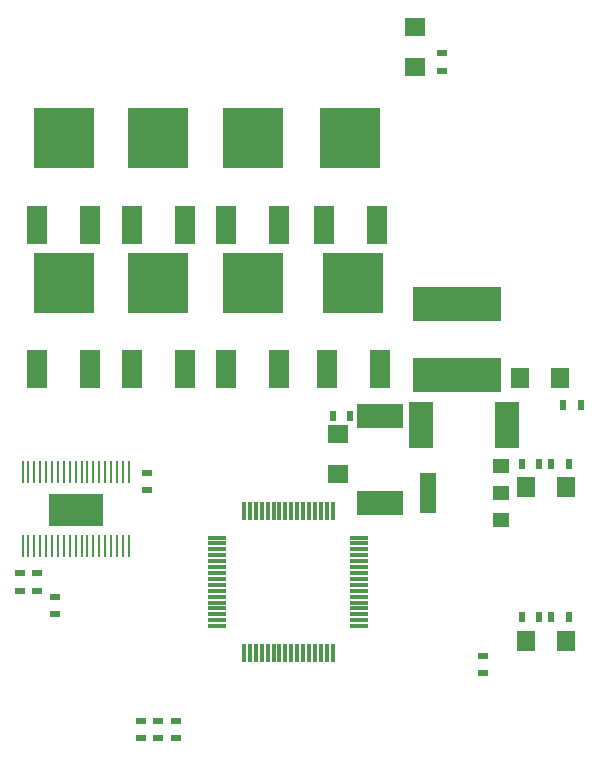
<source format=gtp>
G04*
G04  File:            STEP_DIMA1A.GTP, Tue Jun 22 15:40:13 2021*
G04  Source:          P-CAD 2004 PCB, Version 18.04.615, (D:\proj\velograph\snail\pcb\step_dima1a.pcb)*
G04  Format:          Gerber Format (RS-274-D), ASCII*
G04*
G04  Format Options:  Absolute Positioning*
G04                   Leading-Zero Suppression*
G04                   Scale Factor 1:1*
G04                   NO Circular Interpolation*
G04                   Millimeter Units*
G04                   Numeric Format: 5.3 (XXXXX.XXX)*
G04                   G54 NOT Used for Aperture Change*
G04                   Apertures Embedded*
G04*
G04  File Options:    Offset = (0.000mm,0.000mm)*
G04                   Drill Symbol Size = 0.000mm*
G04                   No Pad/Via Holes*
G04*
G04  File Contents:   Pads*
G04                   No Vias*
G04                   No Designators*
G04                   No Types*
G04                   No Values*
G04                   No Drill Symbols*
G04                   Top Paste*
G04*
%INSTEP_DIMA1A.GTP*%
%ICAS*%
%MOMM*%
G04*
G04  Aperture MACROs for general use --- invoked via D-code assignment *
G04*
G04  General MACRO for flashed round with rotation and/or offset hole *
%AMROTOFFROUND*
1,1,$1,0.0000,0.0000*
1,0,$2,$3,$4*%
G04*
G04  General MACRO for flashed oval (obround) with rotation and/or offset hole *
%AMROTOFFOVAL*
21,1,$1,$2,0.0000,0.0000,$3*
1,1,$4,$5,$6*
1,1,$4,0-$5,0-$6*
1,0,$7,$8,$9*%
G04*
G04  General MACRO for flashed oval (obround) with rotation and no hole *
%AMROTOVALNOHOLE*
21,1,$1,$2,0.0000,0.0000,$3*
1,1,$4,$5,$6*
1,1,$4,0-$5,0-$6*%
G04*
G04  General MACRO for flashed rectangle with rotation and/or offset hole *
%AMROTOFFRECT*
21,1,$1,$2,0.0000,0.0000,$3*
1,0,$4,$5,$6*%
G04*
G04  General MACRO for flashed rectangle with rotation and no hole *
%AMROTRECTNOHOLE*
21,1,$1,$2,0.0000,0.0000,$3*%
G04*
G04  General MACRO for flashed rounded-rectangle *
%AMROUNDRECT*
21,1,$1,$2-$4,0.0000,0.0000,$3*
21,1,$1-$4,$2,0.0000,0.0000,$3*
1,1,$4,$5,$6*
1,1,$4,$7,$8*
1,1,$4,0-$5,0-$6*
1,1,$4,0-$7,0-$8*
1,0,$9,$10,$11*%
G04*
G04  General MACRO for flashed rounded-rectangle with rotation and no hole *
%AMROUNDRECTNOHOLE*
21,1,$1,$2-$4,0.0000,0.0000,$3*
21,1,$1-$4,$2,0.0000,0.0000,$3*
1,1,$4,$5,$6*
1,1,$4,$7,$8*
1,1,$4,0-$5,0-$6*
1,1,$4,0-$7,0-$8*%
G04*
G04  General MACRO for flashed regular polygon *
%AMREGPOLY*
5,1,$1,0.0000,0.0000,$2,$3+$4*
1,0,$5,$6,$7*%
G04*
G04  General MACRO for flashed regular polygon with no hole *
%AMREGPOLYNOHOLE*
5,1,$1,0.0000,0.0000,$2,$3+$4*%
G04*
G04  General MACRO for target *
%AMTARGET*
6,0,0,$1,$2,$3,4,$4,$5,$6*%
G04*
G04  General MACRO for mounting hole *
%AMMTHOLE*
1,1,$1,0,0*
1,0,$2,0,0*
$1=$1-$2*
$1=$1/2*
21,1,$2+$1,$3,0,0,$4*
21,1,$3,$2+$1,0,0,$4*%
G04*
G04*
G04  D10 : "Ellipse X0.254mm Y0.254mm H0.000mm 0.0deg (0.000mm,0.000mm) Draw"*
G04  Disc: OuterDia=0.2540*
%ADD10C, 0.2540*%
G04  D11 : "Ellipse X0.025mm Y0.025mm H0.000mm 0.0deg (0.000mm,0.000mm) Draw"*
G04  Disc: OuterDia=0.0254*
%ADD11C, 0.0254*%
G04  D12 : "Ellipse X0.300mm Y0.300mm H0.000mm 0.0deg (0.000mm,0.000mm) Draw"*
G04  Disc: OuterDia=0.3000*
%ADD12C, 0.3000*%
G04  D13 : "Ellipse X0.305mm Y0.305mm H0.000mm 0.0deg (0.000mm,0.000mm) Draw"*
G04  Disc: OuterDia=0.3048*
%ADD13C, 0.3048*%
G04  D14 : "Ellipse X0.310mm Y0.310mm H0.000mm 0.0deg (0.000mm,0.000mm) Draw"*
G04  Disc: OuterDia=0.3100*
%ADD14C, 0.3100*%
G04  D15 : "Ellipse X0.350mm Y0.350mm H0.000mm 0.0deg (0.000mm,0.000mm) Draw"*
G04  Disc: OuterDia=0.3500*
%ADD15C, 0.3500*%
G04  D16 : "Ellipse X0.381mm Y0.381mm H0.000mm 0.0deg (0.000mm,0.000mm) Draw"*
G04  Disc: OuterDia=0.3810*
%ADD16C, 0.3810*%
G04  D17 : "Ellipse X0.500mm Y0.500mm H0.000mm 0.0deg (0.000mm,0.000mm) Draw"*
G04  Disc: OuterDia=0.5000*
%ADD17C, 0.5000*%
G04  D18 : "Ellipse X0.064mm Y0.064mm H0.000mm 0.0deg (0.000mm,0.000mm) Draw"*
G04  Disc: OuterDia=0.0635*
%ADD18C, 0.0635*%
G04  D19 : "Ellipse X0.635mm Y0.635mm H0.000mm 0.0deg (0.000mm,0.000mm) Draw"*
G04  Disc: OuterDia=0.6350*
%ADD19C, 0.6350*%
G04  D20 : "Ellipse X0.700mm Y0.700mm H0.000mm 0.0deg (0.000mm,0.000mm) Draw"*
G04  Disc: OuterDia=0.7000*
%ADD20C, 0.7000*%
G04  D21 : "Ellipse X0.076mm Y0.076mm H0.000mm 0.0deg (0.000mm,0.000mm) Draw"*
G04  Disc: OuterDia=0.0762*
%ADD21C, 0.0762*%
G04  D22 : "Ellipse X0.100mm Y0.100mm H0.000mm 0.0deg (0.000mm,0.000mm) Draw"*
G04  Disc: OuterDia=0.1000*
%ADD22C, 0.1000*%
G04  D23 : "Ellipse X1.000mm Y1.000mm H0.000mm 0.0deg (0.000mm,0.000mm) Draw"*
G04  Disc: OuterDia=1.0000*
%ADD23C, 1.0000*%
G04  D24 : "Ellipse X0.102mm Y0.102mm H0.000mm 0.0deg (0.000mm,0.000mm) Draw"*
G04  Disc: OuterDia=0.1016*
%ADD24C, 0.1016*%
G04  D25 : "Ellipse X0.127mm Y0.127mm H0.000mm 0.0deg (0.000mm,0.000mm) Draw"*
G04  Disc: OuterDia=0.1270*
%ADD25C, 0.1270*%
G04  D26 : "Ellipse X1.300mm Y1.300mm H0.000mm 0.0deg (0.000mm,0.000mm) Draw"*
G04  Disc: OuterDia=1.3000*
%ADD26C, 1.3000*%
G04  D27 : "Ellipse X1.500mm Y1.500mm H0.000mm 0.0deg (0.000mm,0.000mm) Draw"*
G04  Disc: OuterDia=1.5000*
%ADD27C, 1.5000*%
G04  D28 : "Ellipse X0.200mm Y0.200mm H0.000mm 0.0deg (0.000mm,0.000mm) Draw"*
G04  Disc: OuterDia=0.2000*
%ADD28C, 0.2000*%
G04  D29 : "Ellipse X2.000mm Y2.000mm H0.000mm 0.0deg (0.000mm,0.000mm) Draw"*
G04  Disc: OuterDia=2.0000*
%ADD29C, 2.0000*%
G04  D30 : "Ellipse X0.203mm Y0.203mm H0.000mm 0.0deg (0.000mm,0.000mm) Draw"*
G04  Disc: OuterDia=0.2032*
%ADD30C, 0.2032*%
G04  D31 : "Ellipse X0.250mm Y0.250mm H0.000mm 0.0deg (0.000mm,0.000mm) Draw"*
G04  Disc: OuterDia=0.2500*
%ADD31C, 0.2500*%
G04  D32 : "Ellipse X2.602mm Y2.602mm H0.000mm 0.0deg (0.000mm,0.000mm) Flash"*
G04  Disc: OuterDia=2.6020*
%ADD32C, 2.6020*%
G04  D33 : "Ellipse X3.602mm Y3.602mm H0.000mm 0.0deg (0.000mm,0.000mm) Flash"*
G04  Disc: OuterDia=3.6020*
%ADD33C, 3.6020*%
G04  D34 : "Ellipse X1.270mm Y1.270mm H0.000mm 0.0deg (0.000mm,0.000mm) Flash"*
G04  Disc: OuterDia=1.2700*
%ADD34C, 1.2700*%
G04  D35 : "Ellipse X1.372mm Y1.372mm H0.000mm 0.0deg (0.000mm,0.000mm) Flash"*
G04  Disc: OuterDia=1.3720*
%ADD35C, 1.3720*%
G04  D36 : "Ellipse X1.400mm Y1.400mm H0.000mm 0.0deg (0.000mm,0.000mm) Flash"*
G04  Disc: OuterDia=1.4000*
%ADD36C, 1.4000*%
G04  D37 : "Ellipse X1.502mm Y1.502mm H0.000mm 0.0deg (0.000mm,0.000mm) Flash"*
G04  Disc: OuterDia=1.5020*
%ADD37C, 1.5020*%
G04  D38 : "Ellipse X1.600mm Y1.600mm H0.000mm 0.0deg (0.000mm,0.000mm) Flash"*
G04  Disc: OuterDia=1.6000*
%ADD38C, 1.6000*%
G04  D39 : "Ellipse X1.702mm Y1.702mm H0.000mm 0.0deg (0.000mm,0.000mm) Flash"*
G04  Disc: OuterDia=1.7020*
%ADD39C, 1.7020*%
G04  D40 : "Ellipse X1.800mm Y1.800mm H0.000mm 0.0deg (0.000mm,0.000mm) Flash"*
G04  Disc: OuterDia=1.8000*
%ADD40C, 1.8000*%
G04  D41 : "Ellipse X1.902mm Y1.902mm H0.000mm 0.0deg (0.000mm,0.000mm) Flash"*
G04  Disc: OuterDia=1.9020*
%ADD41C, 1.9020*%
G04  D42 : "Ellipse X2.500mm Y2.500mm H0.000mm 0.0deg (0.000mm,0.000mm) Flash"*
G04  Disc: OuterDia=2.5000*
%ADD42C, 2.5000*%
G04  D43 : "Mounting Hole X3.500mm Y3.500mm H0.000mm 0.0deg (0.000mm,0.000mm) Flash"*
G04  Mounting Hole: Diameter=3.5000, Rotation=0.0, LineWidth=0.1270 *
%ADD43MTHOLE, 3.5000 X2.9920 X0.1270 X0.0*%
G04  D44 : "Rectangle X0.300mm Y1.500mm H0.000mm 0.0deg (0.000mm,0.000mm) Flash"*
G04  Rectangular: DimX=0.3000, DimY=1.5000, Rotation=0.0, OffsetX=0.0000, OffsetY=0.0000, HoleDia=0.0000 *
%ADD44R, 0.3000 X1.5000*%
G04  D45 : "Rectangle X1.500mm Y0.300mm H0.000mm 0.0deg (0.000mm,0.000mm) Flash"*
G04  Rectangular: DimX=1.5000, DimY=0.3000, Rotation=0.0, OffsetX=0.0000, OffsetY=0.0000, HoleDia=0.0000 *
%ADD45R, 1.5000 X0.3000*%
G04  D46 : "Rectangle X4.600mm Y2.800mm H0.000mm 0.0deg (0.000mm,0.000mm) Flash"*
G04  Rectangular: DimX=4.6000, DimY=2.8000, Rotation=0.0, OffsetX=0.0000, OffsetY=0.0000, HoleDia=0.0000 *
%ADD46R, 4.6000 X2.8000*%
G04  D47 : "Rectangle X4.700mm Y2.900mm H0.000mm 0.0deg (0.000mm,0.000mm) Flash"*
G04  Rectangular: DimX=4.7000, DimY=2.9000, Rotation=0.0, OffsetX=0.0000, OffsetY=0.0000, HoleDia=0.0000 *
%ADD47R, 4.7000 X2.9000*%
G04  D48 : "Rectangle X4.800mm Y3.000mm H0.000mm 0.0deg (0.000mm,0.000mm) Flash"*
G04  Rectangular: DimX=4.8000, DimY=3.0000, Rotation=0.0, OffsetX=0.0000, OffsetY=0.0000, HoleDia=0.0000 *
%ADD48R, 4.8000 X3.0000*%
G04  D49 : "Rectangle X7.500mm Y3.000mm H0.000mm 0.0deg (0.000mm,0.000mm) Flash"*
G04  Rectangular: DimX=7.5000, DimY=3.0000, Rotation=0.0, OffsetX=0.0000, OffsetY=0.0000, HoleDia=0.0000 *
%ADD49R, 7.5000 X3.0000*%
G04  D50 : "Rectangle X7.602mm Y3.102mm H0.000mm 0.0deg (0.000mm,0.000mm) Flash"*
G04  Rectangular: DimX=7.6020, DimY=3.1020, Rotation=0.0, OffsetX=0.0000, OffsetY=0.0000, HoleDia=0.0000 *
%ADD50R, 7.6020 X3.1020*%
G04  D51 : "Rectangle X1.400mm Y3.500mm H0.000mm 0.0deg (0.000mm,0.000mm) Flash"*
G04  Rectangular: DimX=1.4000, DimY=3.5000, Rotation=0.0, OffsetX=0.0000, OffsetY=0.0000, HoleDia=0.0000 *
%ADD51R, 1.4000 X3.5000*%
G04  D52 : "Rectangle X1.502mm Y3.602mm H0.000mm 0.0deg (0.000mm,0.000mm) Flash"*
G04  Rectangular: DimX=1.5020, DimY=3.6020, Rotation=0.0, OffsetX=0.0000, OffsetY=0.0000, HoleDia=0.0000 *
%ADD52R, 1.5020 X3.6020*%
G04  D53 : "Rectangle X0.402mm Y1.602mm H0.000mm 0.0deg (0.000mm,0.000mm) Flash"*
G04  Rectangular: DimX=0.4020, DimY=1.6020, Rotation=0.0, OffsetX=0.0000, OffsetY=0.0000, HoleDia=0.0000 *
%ADD53R, 0.4020 X1.6020*%
G04  D54 : "Rectangle X1.602mm Y0.402mm H0.000mm 0.0deg (0.000mm,0.000mm) Flash"*
G04  Rectangular: DimX=1.6020, DimY=0.4020, Rotation=0.0, OffsetX=0.0000, OffsetY=0.0000, HoleDia=0.0000 *
%ADD54R, 1.6020 X0.4020*%
G04  D55 : "Rectangle X5.080mm Y5.080mm H0.000mm 0.0deg (0.000mm,0.000mm) Flash"*
G04  Square: Side=5.0800, Rotation=0.0, OffsetX=0.0000, OffsetY=0.0000, HoleDia=0.0000*
%ADD55R, 5.0800 X5.0800*%
G04  D56 : "Rectangle X5.182mm Y5.182mm H0.000mm 0.0deg (0.000mm,0.000mm) Flash"*
G04  Square: Side=5.1820, Rotation=0.0, OffsetX=0.0000, OffsetY=0.0000, HoleDia=0.0000*
%ADD56R, 5.1820 X5.1820*%
G04  D57 : "Rectangle X0.600mm Y0.900mm H0.000mm 0.0deg (0.000mm,0.000mm) Flash"*
G04  Rectangular: DimX=0.6000, DimY=0.9000, Rotation=0.0, OffsetX=0.0000, OffsetY=0.0000, HoleDia=0.0000 *
%ADD57R, 0.6000 X0.9000*%
G04  D58 : "Rectangle X0.900mm Y0.600mm H0.000mm 0.0deg (0.000mm,0.000mm) Flash"*
G04  Rectangular: DimX=0.9000, DimY=0.6000, Rotation=0.0, OffsetX=0.0000, OffsetY=0.0000, HoleDia=0.0000 *
%ADD58R, 0.9000 X0.6000*%
G04  D59 : "Rectangle X0.650mm Y1.310mm H0.000mm 0.0deg (0.000mm,0.000mm) Flash"*
G04  Rectangular: DimX=0.6500, DimY=1.3100, Rotation=0.0, OffsetX=0.0000, OffsetY=0.0000, HoleDia=0.0000 *
%ADD59R, 0.6500 X1.3100*%
G04  D60 : "Rectangle X0.702mm Y1.002mm H0.000mm 0.0deg (0.000mm,0.000mm) Flash"*
G04  Rectangular: DimX=0.7020, DimY=1.0020, Rotation=0.0, OffsetX=0.0000, OffsetY=0.0000, HoleDia=0.0000 *
%ADD60R, 0.7020 X1.0020*%
G04  D61 : "Rectangle X1.002mm Y0.702mm H0.000mm 0.0deg (0.000mm,0.000mm) Flash"*
G04  Rectangular: DimX=1.0020, DimY=0.7020, Rotation=0.0, OffsetX=0.0000, OffsetY=0.0000, HoleDia=0.0000 *
%ADD61R, 1.0020 X0.7020*%
G04  D62 : "Rectangle X0.752mm Y1.412mm H0.000mm 0.0deg (0.000mm,0.000mm) Flash"*
G04  Rectangular: DimX=0.7520, DimY=1.4120, Rotation=0.0, OffsetX=0.0000, OffsetY=0.0000, HoleDia=0.0000 *
%ADD62R, 0.7520 X1.4120*%
G04  D63 : "Rectangle X1.220mm Y0.910mm H0.000mm 0.0deg (0.000mm,0.000mm) Flash"*
G04  Rectangular: DimX=1.2200, DimY=0.9100, Rotation=0.0, OffsetX=0.0000, OffsetY=0.0000, HoleDia=0.0000 *
%ADD63R, 1.2200 X0.9100*%
G04  D64 : "Rectangle X0.950mm Y1.100mm H0.000mm 0.0deg (0.000mm,0.000mm) Flash"*
G04  Rectangular: DimX=0.9500, DimY=1.1000, Rotation=0.0, OffsetX=0.0000, OffsetY=0.0000, HoleDia=0.0000 *
%ADD64R, 0.9500 X1.1000*%
G04  D65 : "Rectangle X1.322mm Y1.012mm H0.000mm 0.0deg (0.000mm,0.000mm) Flash"*
G04  Rectangular: DimX=1.3220, DimY=1.0120, Rotation=0.0, OffsetX=0.0000, OffsetY=0.0000, HoleDia=0.0000 *
%ADD65R, 1.3220 X1.0120*%
G04  D66 : "Rectangle X1.052mm Y1.202mm H0.000mm 0.0deg (0.000mm,0.000mm) Flash"*
G04  Rectangular: DimX=1.0520, DimY=1.2020, Rotation=0.0, OffsetX=0.0000, OffsetY=0.0000, HoleDia=0.0000 *
%ADD66R, 1.0520 X1.2020*%
G04  D67 : "Rectangle X1.600mm Y1.100mm H0.000mm 0.0deg (0.000mm,0.000mm) Flash"*
G04  Rectangular: DimX=1.6000, DimY=1.1000, Rotation=0.0, OffsetX=0.0000, OffsetY=0.0000, HoleDia=0.0000 *
%ADD67R, 1.6000 X1.1000*%
G04  D68 : "Rectangle X1.400mm Y1.200mm H0.000mm 0.0deg (0.000mm,0.000mm) Flash"*
G04  Rectangular: DimX=1.4000, DimY=1.2000, Rotation=0.0, OffsetX=0.0000, OffsetY=0.0000, HoleDia=0.0000 *
%ADD68R, 1.4000 X1.2000*%
G04  D69 : "Rectangle X1.702mm Y1.202mm H0.000mm 0.0deg (0.000mm,0.000mm) Flash"*
G04  Rectangular: DimX=1.7020, DimY=1.2020, Rotation=0.0, OffsetX=0.0000, OffsetY=0.0000, HoleDia=0.0000 *
%ADD69R, 1.7020 X1.2020*%
G04  D70 : "Rectangle X1.502mm Y1.302mm H0.000mm 0.0deg (0.000mm,0.000mm) Flash"*
G04  Rectangular: DimX=1.5020, DimY=1.3020, Rotation=0.0, OffsetX=0.0000, OffsetY=0.0000, HoleDia=0.0000 *
%ADD70R, 1.5020 X1.3020*%
G04  D71 : "Rectangle X1.500mm Y1.800mm H0.000mm 0.0deg (0.000mm,0.000mm) Flash"*
G04  Rectangular: DimX=1.5000, DimY=1.8000, Rotation=0.0, OffsetX=0.0000, OffsetY=0.0000, HoleDia=0.0000 *
%ADD71R, 1.5000 X1.8000*%
G04  D72 : "Rectangle X1.800mm Y1.500mm H0.000mm 0.0deg (0.000mm,0.000mm) Flash"*
G04  Rectangular: DimX=1.8000, DimY=1.5000, Rotation=0.0, OffsetX=0.0000, OffsetY=0.0000, HoleDia=0.0000 *
%ADD72R, 1.8000 X1.5000*%
G04  D73 : "Rectangle X1.600mm Y1.350mm H0.000mm 0.0deg (0.000mm,0.000mm) Flash"*
G04  Rectangular: DimX=1.6000, DimY=1.3500, Rotation=0.0, OffsetX=0.0000, OffsetY=0.0000, HoleDia=0.0000 *
%ADD73R, 1.6000 X1.3500*%
G04  D74 : "Rectangle X1.602mm Y1.902mm H0.000mm 0.0deg (0.000mm,0.000mm) Flash"*
G04  Rectangular: DimX=1.6020, DimY=1.9020, Rotation=0.0, OffsetX=0.0000, OffsetY=0.0000, HoleDia=0.0000 *
%ADD74R, 1.6020 X1.9020*%
G04  D75 : "Rectangle X1.902mm Y1.602mm H0.000mm 0.0deg (0.000mm,0.000mm) Flash"*
G04  Rectangular: DimX=1.9020, DimY=1.6020, Rotation=0.0, OffsetX=0.0000, OffsetY=0.0000, HoleDia=0.0000 *
%ADD75R, 1.9020 X1.6020*%
G04  D76 : "Rectangle X1.702mm Y1.452mm H0.000mm 0.0deg (0.000mm,0.000mm) Flash"*
G04  Rectangular: DimX=1.7020, DimY=1.4520, Rotation=0.0, OffsetX=0.0000, OffsetY=0.0000, HoleDia=0.0000 *
%ADD76R, 1.7020 X1.4520*%
G04  D77 : "Rectangle X1.778mm Y3.175mm H0.000mm 0.0deg (0.000mm,0.000mm) Flash"*
G04  Rectangular: DimX=1.7780, DimY=3.1750, Rotation=0.0, OffsetX=0.0000, OffsetY=0.0000, HoleDia=0.0000 *
%ADD77R, 1.7780 X3.1750*%
G04  D78 : "Rectangle X1.800mm Y1.800mm H0.000mm 0.0deg (0.000mm,0.000mm) Flash"*
G04  Square: Side=1.8000, Rotation=0.0, OffsetX=0.0000, OffsetY=0.0000, HoleDia=0.0000*
%ADD78R, 1.8000 X1.8000*%
G04  D79 : "Rectangle X1.880mm Y3.277mm H0.000mm 0.0deg (0.000mm,0.000mm) Flash"*
G04  Rectangular: DimX=1.8800, DimY=3.2770, Rotation=0.0, OffsetX=0.0000, OffsetY=0.0000, HoleDia=0.0000 *
%ADD79R, 1.8800 X3.2770*%
G04  D80 : "Rectangle X0.200mm Y1.900mm H0.000mm 0.0deg (0.000mm,0.000mm) Flash"*
G04  Rectangular: DimX=0.2000, DimY=1.9000, Rotation=0.0, OffsetX=0.0000, OffsetY=0.0000, HoleDia=0.0000 *
%ADD80R, 0.2000 X1.9000*%
G04  D81 : "Rectangle X1.902mm Y1.902mm H0.000mm 0.0deg (0.000mm,0.000mm) Flash"*
G04  Square: Side=1.9020, Rotation=0.0, OffsetX=0.0000, OffsetY=0.0000, HoleDia=0.0000*
%ADD81R, 1.9020 X1.9020*%
G04  D82 : "Rectangle X0.300mm Y2.000mm H0.000mm 0.0deg (0.000mm,0.000mm) Flash"*
G04  Rectangular: DimX=0.3000, DimY=2.0000, Rotation=0.0, OffsetX=0.0000, OffsetY=0.0000, HoleDia=0.0000 *
%ADD82R, 0.3000 X2.0000*%
G04  D83 : "Rectangle X2.000mm Y4.000mm H0.000mm 0.0deg (0.000mm,0.000mm) Flash"*
G04  Rectangular: DimX=2.0000, DimY=4.0000, Rotation=0.0, OffsetX=0.0000, OffsetY=0.0000, HoleDia=0.0000 *
%ADD83R, 2.0000 X4.0000*%
G04  D84 : "Rectangle X4.000mm Y2.000mm H0.000mm 0.0deg (0.000mm,0.000mm) Flash"*
G04  Rectangular: DimX=4.0000, DimY=2.0000, Rotation=0.0, OffsetX=0.0000, OffsetY=0.0000, HoleDia=0.0000 *
%ADD84R, 4.0000 X2.0000*%
G04  D85 : "Rectangle X0.400mm Y2.100mm H0.000mm 0.0deg (0.000mm,0.000mm) Flash"*
G04  Rectangular: DimX=0.4000, DimY=2.1000, Rotation=0.0, OffsetX=0.0000, OffsetY=0.0000, HoleDia=0.0000 *
%ADD85R, 0.4000 X2.1000*%
G04  D86 : "Rectangle X2.102mm Y4.102mm H0.000mm 0.0deg (0.000mm,0.000mm) Flash"*
G04  Rectangular: DimX=2.1020, DimY=4.1020, Rotation=0.0, OffsetX=0.0000, OffsetY=0.0000, HoleDia=0.0000 *
%ADD86R, 2.1020 X4.1020*%
G04  D87 : "Rectangle X4.102mm Y2.102mm H0.000mm 0.0deg (0.000mm,0.000mm) Flash"*
G04  Rectangular: DimX=4.1020, DimY=2.1020, Rotation=0.0, OffsetX=0.0000, OffsetY=0.0000, HoleDia=0.0000 *
%ADD87R, 4.1020 X2.1020*%
G04  D88 : "Ellipse X0.600mm Y0.600mm H0.000mm 0.0deg (0.000mm,0.000mm) Flash"*
G04  Disc: OuterDia=0.6000*
%ADD88C, 0.6000*%
G04  D89 : "Ellipse X0.702mm Y0.702mm H0.000mm 0.0deg (0.000mm,0.000mm) Flash"*
G04  Disc: OuterDia=0.7020*
%ADD89C, 0.7020*%
G04*
%FSLAX53Y53*%
%SFA1B1*%
%OFA0.000B0.000*%
G04*
G71*
G90*
G01*
D2*
%LNTop Paste*%
D58*
X383750Y385750D3*
Y387250D3*
X416500Y431750D3*
Y433250D3*
D57*
X423250Y385500D3*
X424750D3*
Y398500D3*
X423250D3*
D58*
X391500Y397750D3*
Y396250D3*
X391000Y375250D3*
Y376750D3*
X392500Y375250D3*
Y376750D3*
X394000Y375250D3*
Y376750D3*
D57*
X408750Y402500D3*
X407250D3*
D72*
X414250Y435500D3*
Y432096D3*
X407750Y401000D3*
Y397596D3*
D71*
X427000Y383500D3*
X423596D3*
D57*
X425750Y385500D3*
X427250D3*
X425750Y398500D3*
X427250D3*
D83*
X414740Y401750D3*
X422040D3*
D71*
X426500Y405750D3*
X423096D3*
D58*
X380750Y387750D3*
Y389250D3*
X382250Y387750D3*
Y389250D3*
D77*
Y418750D3*
X386750D3*
D55*
X384496Y426052D3*
D77*
X390250Y418750D3*
X394750D3*
D55*
X392496Y426052D3*
D77*
X382250Y406500D3*
X386750D3*
D55*
X384496Y413802D3*
D77*
X390250Y406500D3*
X394750D3*
D55*
X392496Y413802D3*
D71*
X427000Y396500D3*
X423596D3*
D58*
X420000Y382250D3*
Y380750D3*
D51*
X415300Y396050D3*
D68*
X421500Y393750D3*
Y398350D3*
Y396050D3*
D49*
X417750Y412000D3*
Y406000D3*
D77*
X406500Y418750D3*
X411000D3*
D55*
X408746Y426052D3*
D57*
X428250Y403500D3*
X426750D3*
D77*
X406750Y406500D3*
X411250D3*
D55*
X408996Y413802D3*
D80*
X387000Y391500D3*
X387500D3*
X388000D3*
X388500D3*
X389000D3*
X389500D3*
X390000D3*
X381000D3*
X381500D3*
X382000D3*
X382500D3*
X383000D3*
X383500D3*
X384000D3*
X384500D3*
X385000D3*
X385500D3*
X386000D3*
X390000Y397800D3*
X389500D3*
X389000D3*
X388500D3*
X388000D3*
X387500D3*
X387000D3*
X386000D3*
X385500D3*
X385000D3*
X384500D3*
X384000D3*
X383500D3*
X383000D3*
X382500D3*
X382000D3*
X381500D3*
X381000D3*
X386500Y391500D3*
Y397800D3*
D46*
X385500Y394600D3*
D84*
X411250Y402510D3*
Y395210D3*
D45*
X409500Y384750D3*
Y385250D3*
Y385750D3*
Y386250D3*
Y386750D3*
Y387250D3*
Y387750D3*
D44*
X404250Y382500D3*
X404750D3*
X405250D3*
X405750D3*
X406249D3*
X406750D3*
X407250D3*
D45*
X397500Y387750D3*
Y387250D3*
Y386750D3*
Y386250D3*
Y385750D3*
Y385250D3*
Y384750D3*
D44*
X399750Y382500D3*
X400250D3*
X400750D3*
X401250D3*
X401750D3*
X402250D3*
X402750D3*
X407250Y394500D3*
X406750D3*
X405750D3*
X405250D3*
X404750D3*
X404250D3*
X406249D3*
D45*
X409500Y389250D3*
Y389750D3*
Y390750D3*
Y391249D3*
Y391750D3*
Y392250D3*
Y390250D3*
X397500Y389750D3*
Y389250D3*
D44*
X402250Y394500D3*
X401750D3*
X401250D3*
X400750D3*
X400250D3*
X399750D3*
D45*
X397500Y392250D3*
Y391750D3*
Y391249D3*
Y390750D3*
D44*
X402750Y394500D3*
D45*
X397500Y390250D3*
D44*
X403250Y382500D3*
X403750D3*
Y394500D3*
X403250D3*
D45*
X409500Y388250D3*
Y388750D3*
X397500D3*
Y388250D3*
D77*
X398250Y418750D3*
X402750D3*
D55*
X400496Y426052D3*
D77*
X398250Y406500D3*
X402750D3*
D55*
X400496Y413802D3*
D02M02*

</source>
